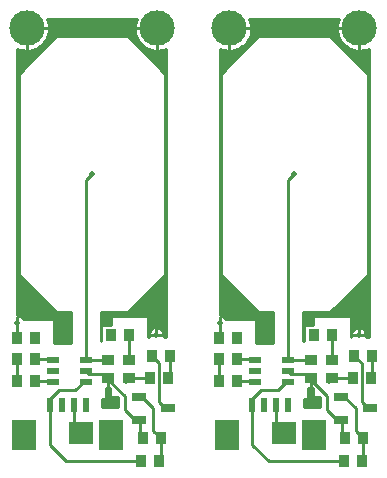
<source format=gtl>
G04 Layer_Physical_Order=1*
G04 Layer_Color=255*
%FSLAX25Y25*%
%MOIN*%
G70*
G01*
G75*
%ADD10C,0.01000*%
%ADD11R,0.03661X0.03858*%
%ADD12R,0.03858X0.03661*%
%ADD13R,0.01969X0.04921*%
%ADD14R,0.07874X0.09843*%
%ADD15R,0.04331X0.02362*%
%ADD16R,0.04921X0.02756*%
%ADD17R,0.08000X0.07500*%
%ADD18C,0.11811*%
%ADD19C,0.01969*%
D10*
X268013Y247618D02*
X267117Y248438D01*
X265938Y248736D01*
Y337673D02*
X266863Y337306D01*
X267828Y337067D01*
X268816Y336959D01*
X269811Y336984D01*
X270792Y337142D01*
X271744Y337431D01*
X272648Y337844D01*
X273489Y338375D01*
X274252Y339013D01*
X274921Y339748D01*
X275487Y340566D01*
X275937Y341453D01*
X276265Y342391D01*
X276464Y343366D01*
X276531Y344358D01*
Y344358D02*
X276451Y345445D01*
X276212Y346510D01*
X275819Y347527D01*
X314736Y242251D02*
X314515Y243276D01*
X313891Y244118D01*
X312976Y244628D01*
X311932Y244715D01*
X310945Y244364D01*
X310190Y243638D01*
X309802Y242664D01*
X309850Y241618D01*
X314653D02*
X314736Y242251D01*
X305739Y347527D02*
X305370Y346586D01*
X305133Y345604D01*
X305031Y344599D01*
X305067Y343589D01*
X305240Y342594D01*
X305547Y341631D01*
X305983Y340719D01*
X306538Y339875D01*
X307203Y339114D01*
X307965Y338451D01*
X308811Y337898D01*
X309724Y337465D01*
X310688Y337161D01*
X311684Y336990D01*
X312694Y336957D01*
X313699Y337061D01*
X314680Y337301D01*
X315620Y337673D01*
X288763Y230252D02*
X289763Y229252D01*
X294251D01*
X288763Y233992D02*
X296043D01*
X296252Y233783D01*
X288763Y233992D02*
Y293736D01*
X290779Y295752D01*
X271783Y234251D02*
X277480D01*
X277740Y233992D01*
X271783Y226751D02*
X277500D01*
X277740Y226511D01*
X265720Y226751D02*
Y234251D01*
X276846Y218889D02*
Y220846D01*
X279751Y223751D01*
X285251D01*
X288011Y226511D01*
X288763D01*
X303283Y227751D02*
X310220D01*
X303252Y227720D02*
X303283Y227751D01*
X316783Y228252D02*
Y235251D01*
X316283Y227751D02*
X316783Y228252D01*
X310720Y235251D02*
X313251Y232720D01*
Y219752D02*
Y232720D01*
Y219752D02*
X315251Y217752D01*
X316173D01*
X306330Y221492D02*
X307511D01*
X311251Y217752D01*
Y210283D02*
Y217752D01*
Y210283D02*
X313783Y207751D01*
X306330Y214011D02*
X306751Y213590D01*
Y208720D02*
Y213590D01*
Y208720D02*
X307720Y207751D01*
X301751Y217251D02*
Y221751D01*
Y217251D02*
X304992Y214011D01*
X306330D01*
X296252Y227252D02*
X301751Y221751D01*
X313783Y200751D02*
Y207751D01*
X313283Y200252D02*
X313783Y200751D01*
X303283Y233815D02*
Y242251D01*
X303252Y233783D02*
X303283Y233815D01*
X284720Y218783D02*
Y218889D01*
Y218783D02*
X284752Y218752D01*
Y211251D02*
Y218752D01*
X276846Y205657D02*
Y218889D01*
Y205657D02*
X282252Y200252D01*
X307220D01*
X265938Y241470D02*
Y246252D01*
X265720Y241251D02*
X265938Y241470D01*
Y246252D02*
Y248236D01*
Y257252D02*
X271252D01*
X265938Y259251D02*
X269251D01*
X265938Y258252D02*
X270251D01*
X265938Y266251D02*
X266345D01*
X265938Y268251D02*
X266345D01*
X265938Y267251D02*
X266345D01*
X265938Y260251D02*
X268251D01*
X265938Y262251D02*
X266345D01*
X265938Y261251D02*
X267251D01*
X268752Y247618D02*
Y259752D01*
X267752Y247950D02*
Y260752D01*
X271751Y247618D02*
Y256751D01*
X269752Y247618D02*
Y258752D01*
X270752Y247618D02*
Y257751D01*
X265938Y265251D02*
X266345D01*
X265938Y270251D02*
X266345D01*
X265938Y269251D02*
X266345D01*
X266752Y248599D02*
Y261752D01*
X265938Y264251D02*
X266345D01*
X265938Y263251D02*
X266345D01*
X265938Y274252D02*
X266345D01*
X265938Y275252D02*
X266345D01*
X265938Y271252D02*
X266345D01*
X265938Y273252D02*
X266345D01*
X265938Y272252D02*
X266345D01*
X265938Y279252D02*
X266345D01*
X265938Y281252D02*
X266345D01*
X265938Y280252D02*
X266345D01*
X265938Y276252D02*
X266345D01*
X265938Y278252D02*
X266345D01*
X265938Y277252D02*
X266345D01*
X265938Y282252D02*
X266345D01*
X265938Y248736D02*
Y337673D01*
Y283252D02*
X266345D01*
X265938Y284251D02*
X266345D01*
X265938Y285251D02*
X266345D01*
Y262158D02*
X266345Y329345D01*
X265938Y289251D02*
X266345D01*
X265938Y291251D02*
X266345D01*
X265938Y290251D02*
X266345D01*
X265938Y286251D02*
X266345D01*
X265938Y288251D02*
X266345D01*
X265938Y287251D02*
X266345D01*
X278051Y239610D02*
X282161D01*
X278051D02*
Y240618D01*
X278051Y240251D02*
X283826D01*
X278051Y242251D02*
X283826D01*
X278051Y241251D02*
X283826D01*
X278051Y243251D02*
X283826D01*
X268013Y247618D02*
X278051D01*
Y244251D02*
X283826D01*
X278051Y245251D02*
X283826D01*
X265938Y249252D02*
X283826D01*
X267412Y248252D02*
X283826D01*
X278051Y239610D02*
Y247618D01*
X278751Y239610D02*
Y249751D01*
X281751Y239610D02*
Y249751D01*
X282161Y239610D02*
X283826D01*
X282161D02*
X283826D01*
X293889Y240051D02*
Y245681D01*
X293700Y246252D02*
X297015D01*
X278051Y247252D02*
X283826D01*
X278051Y246252D02*
X283826D01*
X293700Y247252D02*
X297015D01*
X293700Y249252D02*
X315620D01*
X293700Y248252D02*
X297015D01*
X273751Y247618D02*
Y254751D01*
X272751Y247618D02*
Y255751D01*
X265938Y250252D02*
X278252D01*
X266345Y262158D02*
X278751Y249751D01*
X274751Y247618D02*
Y253751D01*
X265938Y254252D02*
X274252D01*
X265938Y256252D02*
X272252D01*
X265938Y255252D02*
X273252D01*
X265938Y251252D02*
X277252D01*
X265938Y253252D02*
X275252D01*
X265938Y252252D02*
X276252D01*
X282751Y239610D02*
Y249751D01*
X279751Y239610D02*
Y249751D01*
X280751Y239610D02*
Y249751D01*
X283752Y239610D02*
Y249751D01*
X283826Y239610D02*
Y249751D01*
X293752Y240051D02*
Y249751D01*
X277751Y247618D02*
Y250751D01*
X275751Y247618D02*
Y252751D01*
X276751Y247618D02*
Y251751D01*
X278751Y249751D02*
X283826D01*
X293700Y249751D02*
X302751D01*
X293700Y240051D02*
Y249751D01*
X265938Y307252D02*
X266345D01*
X265938Y308252D02*
X266345D01*
X265938Y304252D02*
X266345D01*
X265938Y306252D02*
X266345D01*
X265938Y305252D02*
X266345D01*
X265938Y312251D02*
X266345D01*
X265938Y314251D02*
X266345D01*
X265938Y313251D02*
X266345D01*
X265938Y309251D02*
X266345D01*
X265938Y311251D02*
X266345D01*
X265938Y310251D02*
X266345D01*
X265938Y292251D02*
X266345D01*
X265938Y294251D02*
X266345D01*
X265938Y293251D02*
X266345D01*
X265938Y295251D02*
X266345D01*
X265938Y297252D02*
X266345D01*
X265938Y296252D02*
X266345D01*
X265938Y301252D02*
X266345D01*
X265938Y303252D02*
X266345D01*
X265938Y302252D02*
X266345D01*
X265938Y298252D02*
X266345D01*
X265938Y300252D02*
X266345D01*
X265938Y299252D02*
X266345D01*
X265938Y318251D02*
X266345D01*
X265938Y319251D02*
X266345D01*
X265938Y315251D02*
X266345D01*
X265938Y317251D02*
X266345D01*
X265938Y316251D02*
X266345D01*
X265938Y323252D02*
X266345D01*
X265938Y325252D02*
X266345D01*
X265938Y324252D02*
X266345D01*
X265938Y320251D02*
X266345D01*
X265938Y322252D02*
X266345D01*
X265938Y321252D02*
X266345D01*
X265938Y326252D02*
X266345D01*
X265938Y328252D02*
X266345D01*
X265938Y327252D02*
X266345D01*
X265938Y329252D02*
X266345D01*
X265938Y330252D02*
X267251D01*
X266752Y329751D02*
Y337343D01*
X265938Y331252D02*
X268251D01*
X265938Y337251D02*
X267042D01*
X267752Y330751D02*
Y337081D01*
X265938Y332252D02*
X269251D01*
X268752Y331751D02*
Y336962D01*
X269126Y337452D02*
Y344358D01*
X265938Y333252D02*
X270251D01*
X269752Y332751D02*
Y336979D01*
X265938Y334251D02*
X271252D01*
X266345Y329345D02*
X278751Y341752D01*
X270752Y333752D02*
Y337133D01*
X265938Y335251D02*
X272252D01*
X265938Y336251D02*
X273252D01*
X271751Y334752D02*
Y337434D01*
X271209Y337251D02*
X274252D01*
X269126Y344358D02*
X276031D01*
X272751Y335752D02*
Y337901D01*
X273751Y336752D02*
Y338575D01*
X274751Y337752D02*
Y339542D01*
X273315Y338251D02*
X275252D01*
X274489Y339251D02*
X276252D01*
X275751Y338752D02*
Y341051D01*
X275288Y340251D02*
X277252D01*
X275848Y341251D02*
X278252D01*
X278751Y341752D02*
X302751D01*
X276225Y342251D02*
X305333D01*
X276448Y343251D02*
X305110D01*
X276530Y344251D02*
X305028D01*
X277751Y340752D02*
Y347527D01*
X276751Y339752D02*
Y347527D01*
X281751Y341752D02*
Y347527D01*
X278751Y341752D02*
Y347527D01*
X280751Y341752D02*
Y347527D01*
X276477Y345251D02*
X305081D01*
X279751Y341752D02*
Y347527D01*
X276285Y346252D02*
X305273D01*
X275819Y347527D02*
X305739D01*
X275942Y347252D02*
X305616D01*
X290752Y341752D02*
Y347527D01*
X288752Y341752D02*
Y347527D01*
X289752Y341752D02*
Y347527D01*
X293752Y341752D02*
Y347527D01*
X291752Y341752D02*
Y347527D01*
X292752Y341752D02*
Y347527D01*
X284752Y341752D02*
Y347527D01*
X282751Y341752D02*
Y347527D01*
X283752Y341752D02*
Y347527D01*
X287752Y341752D02*
Y347527D01*
X285752Y341752D02*
Y347527D01*
X286752Y341752D02*
Y347527D01*
X294078Y218110D02*
Y218889D01*
Y220893D01*
Y218110D02*
X299433D01*
X294078Y218251D02*
X299433D01*
X294752Y218110D02*
Y220893D01*
X294078D02*
X295366D01*
Y224252D02*
X296885D01*
X295366Y222252D02*
X296885D01*
X294078Y219251D02*
X299433D01*
X294078Y220251D02*
X299433D01*
X295366Y221252D02*
X299433D01*
X296751Y218110D02*
Y224389D01*
X295366Y220893D02*
Y224389D01*
X295752Y218110D02*
Y224389D01*
X299433Y218110D02*
Y221452D01*
X297751Y218110D02*
Y221452D01*
X298751Y218110D02*
Y221452D01*
X295366Y223252D02*
X296885D01*
X296252Y225267D02*
Y227252D01*
X296885Y221452D02*
Y224389D01*
Y221452D02*
X299433D01*
X295366Y224389D02*
X296885D01*
X309551Y243251D02*
X309977D01*
X295752Y245681D02*
Y249751D01*
X294752Y245681D02*
Y249751D01*
X293889Y245681D02*
X297015D01*
X296751D02*
Y249751D01*
X297015Y245681D02*
Y248618D01*
X299751D02*
Y249751D01*
X297751Y248618D02*
Y249751D01*
X298751Y248618D02*
Y249751D01*
X297015Y248618D02*
X309551D01*
X300751D02*
Y249751D01*
X301751Y248618D02*
Y249751D01*
X309551Y241618D02*
Y248618D01*
X304751D02*
Y251751D01*
X309752Y241618D02*
Y256751D01*
X309551Y244251D02*
X310778D01*
X310752Y244232D02*
Y257751D01*
X311752Y244685D02*
Y258752D01*
X302751Y248618D02*
Y249751D01*
X303751Y248618D02*
Y250751D01*
X305751Y248618D02*
Y252751D01*
X306751Y248618D02*
Y253751D01*
X307751Y248618D02*
Y254751D01*
X308752Y248618D02*
Y255751D01*
X309551Y248252D02*
X315620D01*
X303252Y250252D02*
X315620D01*
X309551Y245251D02*
X315620D01*
X309551Y247252D02*
X315620D01*
X309551Y246252D02*
X315620D01*
X307252Y254252D02*
X315620D01*
X308252Y255252D02*
X315620D01*
X309251Y256252D02*
X315620D01*
X304252Y251252D02*
X315620D01*
X305252Y252252D02*
X315620D01*
X306252Y253252D02*
X315620D01*
X312251Y242251D02*
X314236D01*
X312251D02*
Y244236D01*
X314653Y241618D02*
X315620D01*
X314653D02*
X315620D01*
X310267Y242251D02*
X312251D01*
X314526Y243251D02*
X315620D01*
X314736Y242251D02*
X315620D01*
X313725Y244251D02*
X315620D01*
X310251Y257252D02*
X315620D01*
X311251Y258252D02*
X315620D01*
X312752Y244685D02*
Y259752D01*
X313752Y244232D02*
Y260752D01*
X312251Y259251D02*
X315620D01*
X302751Y249751D02*
X315251Y262251D01*
X314752Y241618D02*
Y261752D01*
X315251Y263251D02*
X315620D01*
X315251Y265251D02*
X315620D01*
X315251Y264251D02*
X315620D01*
X313251Y260251D02*
X315620D01*
X314251Y261251D02*
X315620D01*
X315251Y262251D02*
X315620D01*
X315251Y266251D02*
X315620D01*
X315251Y262251D02*
Y329252D01*
X315620Y241618D02*
Y337673D01*
X315251Y267251D02*
X315620D01*
X315251Y269251D02*
X315620D01*
X315251Y268251D02*
X315620D01*
X315251Y273252D02*
X315620D01*
X315251Y275252D02*
X315620D01*
X315251Y274252D02*
X315620D01*
X315251Y270251D02*
X315620D01*
X315251Y272252D02*
X315620D01*
X315251Y271252D02*
X315620D01*
X315251Y296252D02*
X315620D01*
X315251Y297252D02*
X315620D01*
X315251Y291251D02*
X315620D01*
X315251Y295251D02*
X315620D01*
X315251Y294251D02*
X315620D01*
X311752Y332751D02*
Y336984D01*
X307252Y337251D02*
X310349D01*
X310752Y333752D02*
Y337146D01*
X312752Y331751D02*
Y336959D01*
X313752Y330751D02*
Y337071D01*
X314752Y329751D02*
Y337325D01*
X315251Y298252D02*
X315620D01*
X315251Y300252D02*
X315620D01*
X315251Y299252D02*
X315620D01*
X315251Y280252D02*
X315620D01*
X315251Y293251D02*
X315620D01*
X315251Y292251D02*
X315620D01*
X315251Y304252D02*
X315620D01*
X315251Y306252D02*
X315620D01*
X315251Y305252D02*
X315620D01*
X315251Y301252D02*
X315620D01*
X315251Y303252D02*
X315620D01*
X315251Y302252D02*
X315620D01*
X296751Y341752D02*
Y347527D01*
X294752Y341752D02*
Y347527D01*
X303252Y341251D02*
X305710D01*
X297751Y341752D02*
Y347527D01*
X302751Y341752D02*
X315251Y329252D01*
X299751Y341752D02*
Y347527D01*
X295752Y341752D02*
Y347527D01*
X298751Y341752D02*
Y347527D01*
X302751Y341752D02*
Y347527D01*
X300751Y341752D02*
Y347527D01*
X301751Y341752D02*
Y347527D01*
X306252Y338251D02*
X308243D01*
X306751Y337752D02*
Y339607D01*
X307751Y336752D02*
Y338619D01*
X309752Y334752D02*
Y337455D01*
X308752Y335752D02*
Y337932D01*
X312433Y337452D02*
Y344358D01*
X305751Y338752D02*
Y341163D01*
X303751Y340752D02*
Y347527D01*
X304751Y339752D02*
Y347527D01*
X305252Y339251D02*
X307069D01*
X304252Y340251D02*
X306270D01*
X305527Y344358D02*
X312433D01*
X315251Y308252D02*
X315620D01*
X315251Y309251D02*
X315620D01*
X315251Y289251D02*
X315620D01*
X315251Y307252D02*
X315620D01*
X315251Y290251D02*
X315620D01*
X315251Y313251D02*
X315620D01*
X315251Y315251D02*
X315620D01*
X315251Y314251D02*
X315620D01*
X315251Y310251D02*
X315620D01*
X315251Y312251D02*
X315620D01*
X315251Y311251D02*
X315620D01*
X315251Y279252D02*
X315620D01*
X315251Y282252D02*
X315620D01*
X315251Y281252D02*
X315620D01*
X315251Y276252D02*
X315620D01*
X315251Y278252D02*
X315620D01*
X315251Y277252D02*
X315620D01*
X315251Y286251D02*
X315620D01*
X315251Y288251D02*
X315620D01*
X315251Y287251D02*
X315620D01*
X315251Y283252D02*
X315620D01*
X315251Y285251D02*
X315620D01*
X315251Y284251D02*
X315620D01*
X313251Y331252D02*
X315620D01*
X312251Y332252D02*
X315620D01*
X315251Y320251D02*
X315620D01*
X314251Y330252D02*
X315620D01*
X315251Y321252D02*
X315620D01*
X308252Y336251D02*
X315620D01*
X314516Y337251D02*
X315620D01*
X311251Y333252D02*
X315620D01*
X309251Y335251D02*
X315620D01*
X310251Y334251D02*
X315620D01*
X315251Y319251D02*
X315620D01*
X315251Y323252D02*
X315620D01*
X315251Y322252D02*
X315620D01*
X315251Y316251D02*
X315620D01*
X315251Y318251D02*
X315620D01*
X315251Y317251D02*
X315620D01*
X315251Y327252D02*
X315620D01*
X315251Y329252D02*
X315620D01*
X315251Y328252D02*
X315620D01*
X315251Y324252D02*
X315620D01*
X315251Y326252D02*
X315620D01*
X315251Y325252D02*
X315620D01*
X294251Y229252D02*
X296252Y227252D01*
X335445Y247618D02*
X334549Y248438D01*
X333371Y248736D01*
Y337673D02*
X334295Y337306D01*
X335260Y337067D01*
X336249Y336959D01*
X337243Y336984D01*
X338224Y337142D01*
X339176Y337431D01*
X340080Y337844D01*
X340921Y338375D01*
X341684Y339013D01*
X342354Y339748D01*
X342919Y340566D01*
X343370Y341453D01*
X343697Y342391D01*
X343896Y343366D01*
X343963Y344358D01*
Y344358D02*
X343883Y345445D01*
X343644Y346510D01*
X343251Y347527D01*
X382168Y242251D02*
X381947Y243276D01*
X381323Y244118D01*
X380408Y244628D01*
X379364Y244715D01*
X378377Y244364D01*
X377622Y243638D01*
X377234Y242664D01*
X377282Y241618D01*
X382086D02*
X382168Y242251D01*
X373172Y347527D02*
X372803Y346586D01*
X372565Y345604D01*
X372463Y344599D01*
X372499Y343589D01*
X372672Y342594D01*
X372979Y341631D01*
X373415Y340719D01*
X373970Y339875D01*
X374635Y339114D01*
X375398Y338451D01*
X376243Y337898D01*
X377156Y337465D01*
X378120Y337161D01*
X379116Y336990D01*
X380126Y336957D01*
X381131Y337061D01*
X382112Y337301D01*
X383052Y337673D01*
X356195Y230252D02*
X357195Y229252D01*
X361684D01*
X356195Y233992D02*
X363475D01*
X363684Y233783D01*
X356195Y233992D02*
Y293736D01*
X358211Y295752D01*
X339215Y234251D02*
X344912D01*
X345172Y233992D01*
X339215Y226751D02*
X344932D01*
X345172Y226511D01*
X333152Y226751D02*
Y234251D01*
X344278Y218889D02*
Y220846D01*
X347184Y223751D01*
X352684D01*
X355444Y226511D01*
X356195D01*
X370715Y227751D02*
X377652D01*
X370684Y227720D02*
X370715Y227751D01*
X384215Y228252D02*
Y235251D01*
X383715Y227751D02*
X384215Y228252D01*
X378152Y235251D02*
X380684Y232720D01*
Y219752D02*
Y232720D01*
Y219752D02*
X382684Y217752D01*
X383605D01*
X373762Y221492D02*
X374943D01*
X378684Y217752D01*
Y210283D02*
Y217752D01*
Y210283D02*
X381215Y207751D01*
X373762Y214011D02*
X374184Y213590D01*
Y208720D02*
Y213590D01*
Y208720D02*
X375152Y207751D01*
X369184Y217251D02*
Y221751D01*
Y217251D02*
X372424Y214011D01*
X373762D01*
X363684Y227252D02*
X369184Y221751D01*
X381215Y200751D02*
Y207751D01*
X380715Y200252D02*
X381215Y200751D01*
X370715Y233815D02*
Y242251D01*
X370684Y233783D02*
X370715Y233815D01*
X352152Y218783D02*
Y218889D01*
Y218783D02*
X352184Y218752D01*
Y211251D02*
Y218752D01*
X344278Y205657D02*
Y218889D01*
Y205657D02*
X349684Y200252D01*
X374652D01*
X333371Y241470D02*
Y246252D01*
X333152Y241251D02*
X333371Y241470D01*
Y246252D02*
Y248236D01*
Y257252D02*
X338684D01*
X333371Y259251D02*
X336684D01*
X333371Y258252D02*
X337684D01*
X333371Y266251D02*
X333777D01*
X333371Y268251D02*
X333777D01*
X333371Y267251D02*
X333777D01*
X333371Y260251D02*
X335684D01*
X333371Y262251D02*
X333777D01*
X333371Y261251D02*
X334684D01*
X336184Y247618D02*
Y259752D01*
X335184Y247950D02*
Y260752D01*
X339184Y247618D02*
Y256751D01*
X337184Y247618D02*
Y258752D01*
X338184Y247618D02*
Y257751D01*
X333371Y265251D02*
X333777D01*
X333371Y270251D02*
X333777D01*
X333371Y269251D02*
X333777D01*
X334184Y248599D02*
Y261752D01*
X333371Y264251D02*
X333777D01*
X333371Y263251D02*
X333777D01*
X333371Y274252D02*
X333777D01*
X333371Y275252D02*
X333777D01*
X333371Y271252D02*
X333777D01*
X333371Y273252D02*
X333777D01*
X333371Y272252D02*
X333777D01*
X333371Y279252D02*
X333777D01*
X333371Y281252D02*
X333777D01*
X333371Y280252D02*
X333777D01*
X333371Y276252D02*
X333777D01*
X333371Y278252D02*
X333777D01*
X333371Y277252D02*
X333777D01*
X333371Y282252D02*
X333777D01*
X333371Y248736D02*
Y337673D01*
Y283252D02*
X333777D01*
X333371Y284251D02*
X333777D01*
X333371Y285251D02*
X333777D01*
Y262158D02*
X333777Y329345D01*
X333371Y289251D02*
X333777D01*
X333371Y291251D02*
X333777D01*
X333371Y290251D02*
X333777D01*
X333371Y286251D02*
X333777D01*
X333371Y288251D02*
X333777D01*
X333371Y287251D02*
X333777D01*
X345483Y239610D02*
X349593D01*
X345483D02*
Y240618D01*
X345483Y240251D02*
X351258D01*
X345483Y242251D02*
X351258D01*
X345483Y241251D02*
X351258D01*
X345483Y243251D02*
X351258D01*
X335445Y247618D02*
X345483D01*
Y244251D02*
X351258D01*
X345483Y245251D02*
X351258D01*
X333371Y249252D02*
X351258D01*
X334844Y248252D02*
X351258D01*
X345483Y239610D02*
Y247618D01*
X346184Y239610D02*
Y249751D01*
X349184Y239610D02*
Y249751D01*
X349593Y239610D02*
X351258D01*
X349593D02*
X351258D01*
X361321Y240051D02*
Y245681D01*
X361133Y246252D02*
X364447D01*
X345483Y247252D02*
X351258D01*
X345483Y246252D02*
X351258D01*
X361133Y247252D02*
X364447D01*
X361133Y249252D02*
X383052D01*
X361133Y248252D02*
X364447D01*
X341184Y247618D02*
Y254751D01*
X340184Y247618D02*
Y255751D01*
X333371Y250252D02*
X345684D01*
X333777Y262158D02*
X346184Y249751D01*
X342184Y247618D02*
Y253751D01*
X333371Y254252D02*
X341684D01*
X333371Y256252D02*
X339684D01*
X333371Y255252D02*
X340684D01*
X333371Y251252D02*
X344684D01*
X333371Y253252D02*
X342684D01*
X333371Y252252D02*
X343684D01*
X350184Y239610D02*
Y249751D01*
X347184Y239610D02*
Y249751D01*
X348184Y239610D02*
Y249751D01*
X351184Y239610D02*
Y249751D01*
X351258Y239610D02*
Y249751D01*
X361184Y240051D02*
Y249751D01*
X345184Y247618D02*
Y250751D01*
X343184Y247618D02*
Y252751D01*
X344184Y247618D02*
Y251751D01*
X346184Y249751D02*
X351258D01*
X361133Y249751D02*
X370184D01*
X361133Y240051D02*
Y249751D01*
X333371Y307252D02*
X333777D01*
X333371Y308252D02*
X333777D01*
X333371Y304252D02*
X333777D01*
X333371Y306252D02*
X333777D01*
X333371Y305252D02*
X333777D01*
X333371Y312251D02*
X333777D01*
X333371Y314251D02*
X333777D01*
X333371Y313251D02*
X333777D01*
X333371Y309251D02*
X333777D01*
X333371Y311251D02*
X333777D01*
X333371Y310251D02*
X333777D01*
X333371Y292251D02*
X333777D01*
X333371Y294251D02*
X333777D01*
X333371Y293251D02*
X333777D01*
X333371Y295251D02*
X333777D01*
X333371Y297252D02*
X333777D01*
X333371Y296252D02*
X333777D01*
X333371Y301252D02*
X333777D01*
X333371Y303252D02*
X333777D01*
X333371Y302252D02*
X333777D01*
X333371Y298252D02*
X333777D01*
X333371Y300252D02*
X333777D01*
X333371Y299252D02*
X333777D01*
X333371Y318251D02*
X333777D01*
X333371Y319251D02*
X333777D01*
X333371Y315251D02*
X333777D01*
X333371Y317251D02*
X333777D01*
X333371Y316251D02*
X333777D01*
X333371Y323252D02*
X333777D01*
X333371Y325252D02*
X333777D01*
X333371Y324252D02*
X333777D01*
X333371Y320251D02*
X333777D01*
X333371Y322252D02*
X333777D01*
X333371Y321252D02*
X333777D01*
X333371Y326252D02*
X333777D01*
X333371Y328252D02*
X333777D01*
X333371Y327252D02*
X333777D01*
X333371Y329252D02*
X333777D01*
X333371Y330252D02*
X334684D01*
X334184Y329751D02*
Y337343D01*
X333371Y331252D02*
X335684D01*
X333371Y337251D02*
X334474D01*
X335184Y330751D02*
Y337081D01*
X333371Y332252D02*
X336684D01*
X336184Y331751D02*
Y336962D01*
X336558Y337452D02*
Y344358D01*
X333371Y333252D02*
X337684D01*
X337184Y332751D02*
Y336979D01*
X333371Y334251D02*
X338684D01*
X333777Y329345D02*
X346184Y341752D01*
X338184Y333752D02*
Y337133D01*
X333371Y335251D02*
X339684D01*
X333371Y336251D02*
X340684D01*
X339184Y334752D02*
Y337434D01*
X338641Y337251D02*
X341684D01*
X336558Y344358D02*
X343463D01*
X340184Y335752D02*
Y337901D01*
X341184Y336752D02*
Y338575D01*
X342184Y337752D02*
Y339542D01*
X340747Y338251D02*
X342684D01*
X341921Y339251D02*
X343684D01*
X343184Y338752D02*
Y341051D01*
X342720Y340251D02*
X344684D01*
X343280Y341251D02*
X345684D01*
X346184Y341752D02*
X370184D01*
X343657Y342251D02*
X372765D01*
X343880Y343251D02*
X372542D01*
X343962Y344251D02*
X372460D01*
X345184Y340752D02*
Y347527D01*
X344184Y339752D02*
Y347527D01*
X349184Y341752D02*
Y347527D01*
X346184Y341752D02*
Y347527D01*
X348184Y341752D02*
Y347527D01*
X343909Y345251D02*
X372513D01*
X347184Y341752D02*
Y347527D01*
X343717Y346252D02*
X372706D01*
X343251Y347527D02*
X373172D01*
X343374Y347252D02*
X373048D01*
X358184Y341752D02*
Y347527D01*
X356184Y341752D02*
Y347527D01*
X357184Y341752D02*
Y347527D01*
X361184Y341752D02*
Y347527D01*
X359184Y341752D02*
Y347527D01*
X360184Y341752D02*
Y347527D01*
X352184Y341752D02*
Y347527D01*
X350184Y341752D02*
Y347527D01*
X351184Y341752D02*
Y347527D01*
X355184Y341752D02*
Y347527D01*
X353184Y341752D02*
Y347527D01*
X354184Y341752D02*
Y347527D01*
X361510Y218110D02*
Y218889D01*
Y220893D01*
Y218110D02*
X366865D01*
X361510Y218251D02*
X366865D01*
X362184Y218110D02*
Y220893D01*
X361510D02*
X362798D01*
Y224252D02*
X364317D01*
X362798Y222252D02*
X364317D01*
X361510Y219251D02*
X366865D01*
X361510Y220251D02*
X366865D01*
X362798Y221252D02*
X366865D01*
X364184Y218110D02*
Y224389D01*
X362798Y220893D02*
Y224389D01*
X363184Y218110D02*
Y224389D01*
X366865Y218110D02*
Y221452D01*
X365184Y218110D02*
Y221452D01*
X366184Y218110D02*
Y221452D01*
X362798Y223252D02*
X364317D01*
X363684Y225267D02*
Y227252D01*
X364317Y221452D02*
Y224389D01*
Y221452D02*
X366865D01*
X362798Y224389D02*
X364317D01*
X376983Y243251D02*
X377410D01*
X363184Y245681D02*
Y249751D01*
X362184Y245681D02*
Y249751D01*
X361321Y245681D02*
X364447D01*
X364184D02*
Y249751D01*
X364447Y245681D02*
Y248618D01*
X367184D02*
Y249751D01*
X365184Y248618D02*
Y249751D01*
X366184Y248618D02*
Y249751D01*
X364447Y248618D02*
X376983D01*
X368184D02*
Y249751D01*
X369184Y248618D02*
Y249751D01*
X376983Y241618D02*
Y248618D01*
X372184D02*
Y251751D01*
X377184Y241618D02*
Y256751D01*
X376983Y244251D02*
X378210D01*
X378184Y244232D02*
Y257751D01*
X379184Y244685D02*
Y258752D01*
X370184Y248618D02*
Y249751D01*
X371184Y248618D02*
Y250751D01*
X373184Y248618D02*
Y252751D01*
X374184Y248618D02*
Y253751D01*
X375184Y248618D02*
Y254751D01*
X376184Y248618D02*
Y255751D01*
X376983Y248252D02*
X383052D01*
X370684Y250252D02*
X383052D01*
X376983Y245251D02*
X383052D01*
X376983Y247252D02*
X383052D01*
X376983Y246252D02*
X383052D01*
X374684Y254252D02*
X383052D01*
X375684Y255252D02*
X383052D01*
X376684Y256252D02*
X383052D01*
X371684Y251252D02*
X383052D01*
X372684Y252252D02*
X383052D01*
X373684Y253252D02*
X383052D01*
X379684Y242251D02*
X381668D01*
X379684D02*
Y244236D01*
X382086Y241618D02*
X383052D01*
X382086D02*
X383052D01*
X377699Y242251D02*
X379684D01*
X381958Y243251D02*
X383052D01*
X382168Y242251D02*
X383052D01*
X381157Y244251D02*
X383052D01*
X377684Y257252D02*
X383052D01*
X378684Y258252D02*
X383052D01*
X380184Y244685D02*
Y259752D01*
X381184Y244232D02*
Y260752D01*
X379684Y259251D02*
X383052D01*
X370184Y249751D02*
X382684Y262251D01*
X382184Y241618D02*
Y261752D01*
X382684Y263251D02*
X383052D01*
X382684Y265251D02*
X383052D01*
X382684Y264251D02*
X383052D01*
X380684Y260251D02*
X383052D01*
X381684Y261251D02*
X383052D01*
X382684Y262251D02*
X383052D01*
X382684Y266251D02*
X383052D01*
X382684Y262251D02*
Y329252D01*
X383052Y241618D02*
Y337673D01*
X382684Y267251D02*
X383052D01*
X382684Y269251D02*
X383052D01*
X382684Y268251D02*
X383052D01*
X382684Y273252D02*
X383052D01*
X382684Y275252D02*
X383052D01*
X382684Y274252D02*
X383052D01*
X382684Y270251D02*
X383052D01*
X382684Y272252D02*
X383052D01*
X382684Y271252D02*
X383052D01*
X382684Y296252D02*
X383052D01*
X382684Y297252D02*
X383052D01*
X382684Y291251D02*
X383052D01*
X382684Y295251D02*
X383052D01*
X382684Y294251D02*
X383052D01*
X379184Y332751D02*
Y336984D01*
X374684Y337251D02*
X377781D01*
X378184Y333752D02*
Y337146D01*
X380184Y331751D02*
Y336959D01*
X381184Y330751D02*
Y337071D01*
X382184Y329751D02*
Y337325D01*
X382684Y298252D02*
X383052D01*
X382684Y300252D02*
X383052D01*
X382684Y299252D02*
X383052D01*
X382684Y280252D02*
X383052D01*
X382684Y293251D02*
X383052D01*
X382684Y292251D02*
X383052D01*
X382684Y304252D02*
X383052D01*
X382684Y306252D02*
X383052D01*
X382684Y305252D02*
X383052D01*
X382684Y301252D02*
X383052D01*
X382684Y303252D02*
X383052D01*
X382684Y302252D02*
X383052D01*
X364184Y341752D02*
Y347527D01*
X362184Y341752D02*
Y347527D01*
X370684Y341251D02*
X373142D01*
X365184Y341752D02*
Y347527D01*
X370184Y341752D02*
X382684Y329252D01*
X367184Y341752D02*
Y347527D01*
X363184Y341752D02*
Y347527D01*
X366184Y341752D02*
Y347527D01*
X370184Y341752D02*
Y347527D01*
X368184Y341752D02*
Y347527D01*
X369184Y341752D02*
Y347527D01*
X373684Y338251D02*
X375675D01*
X374184Y337752D02*
Y339607D01*
X375184Y336752D02*
Y338619D01*
X377184Y334752D02*
Y337455D01*
X376184Y335752D02*
Y337932D01*
X379865Y337452D02*
Y344358D01*
X373184Y338752D02*
Y341163D01*
X371184Y340752D02*
Y347527D01*
X372184Y339752D02*
Y347527D01*
X372684Y339251D02*
X374501D01*
X371684Y340251D02*
X373702D01*
X372959Y344358D02*
X379865D01*
X382684Y308252D02*
X383052D01*
X382684Y309251D02*
X383052D01*
X382684Y289251D02*
X383052D01*
X382684Y307252D02*
X383052D01*
X382684Y290251D02*
X383052D01*
X382684Y313251D02*
X383052D01*
X382684Y315251D02*
X383052D01*
X382684Y314251D02*
X383052D01*
X382684Y310251D02*
X383052D01*
X382684Y312251D02*
X383052D01*
X382684Y311251D02*
X383052D01*
X382684Y279252D02*
X383052D01*
X382684Y282252D02*
X383052D01*
X382684Y281252D02*
X383052D01*
X382684Y276252D02*
X383052D01*
X382684Y278252D02*
X383052D01*
X382684Y277252D02*
X383052D01*
X382684Y286251D02*
X383052D01*
X382684Y288251D02*
X383052D01*
X382684Y287251D02*
X383052D01*
X382684Y283252D02*
X383052D01*
X382684Y285251D02*
X383052D01*
X382684Y284251D02*
X383052D01*
X380684Y331252D02*
X383052D01*
X379684Y332252D02*
X383052D01*
X382684Y320251D02*
X383052D01*
X381684Y330252D02*
X383052D01*
X382684Y321252D02*
X383052D01*
X375684Y336251D02*
X383052D01*
X381948Y337251D02*
X383052D01*
X378684Y333252D02*
X383052D01*
X376684Y335251D02*
X383052D01*
X377684Y334251D02*
X383052D01*
X382684Y319251D02*
X383052D01*
X382684Y323252D02*
X383052D01*
X382684Y322252D02*
X383052D01*
X382684Y316251D02*
X383052D01*
X382684Y318251D02*
X383052D01*
X382684Y317251D02*
X383052D01*
X382684Y327252D02*
X383052D01*
X382684Y329252D02*
X383052D01*
X382684Y328252D02*
X383052D01*
X382684Y324252D02*
X383052D01*
X382684Y326252D02*
X383052D01*
X382684Y325252D02*
X383052D01*
X361684Y229252D02*
X363684Y227252D01*
D11*
X265720Y241251D02*
D03*
X271783D02*
D03*
X271783Y234251D02*
D03*
X265720D02*
D03*
X271783Y226751D02*
D03*
X265720D02*
D03*
X307720Y207751D02*
D03*
X313783D02*
D03*
X307220Y200252D02*
D03*
X313283D02*
D03*
X297220Y242251D02*
D03*
X303283D02*
D03*
X316783Y235251D02*
D03*
X310720D02*
D03*
X316283Y227751D02*
D03*
X310220D02*
D03*
X333152Y241251D02*
D03*
X339215D02*
D03*
X339215Y234251D02*
D03*
X333152D02*
D03*
X339215Y226751D02*
D03*
X333152D02*
D03*
X375152Y207751D02*
D03*
X381215D02*
D03*
X374652Y200252D02*
D03*
X380715D02*
D03*
X364652Y242251D02*
D03*
X370715D02*
D03*
X384215Y235251D02*
D03*
X378152D02*
D03*
X383715Y227751D02*
D03*
X377652D02*
D03*
D12*
X296252Y227720D02*
D03*
Y233783D02*
D03*
X303252Y227720D02*
D03*
Y233783D02*
D03*
X363684Y227720D02*
D03*
Y233783D02*
D03*
X370684Y227720D02*
D03*
Y233783D02*
D03*
D13*
X276846Y218889D02*
D03*
X280783D02*
D03*
X284720D02*
D03*
X288657D02*
D03*
X344278D02*
D03*
X348215D02*
D03*
X352152D02*
D03*
X356089D02*
D03*
D14*
X268224Y208752D02*
D03*
X297279D02*
D03*
X335656D02*
D03*
X364711D02*
D03*
D15*
X288763Y226511D02*
D03*
Y230252D02*
D03*
Y233992D02*
D03*
X277740D02*
D03*
Y230252D02*
D03*
Y226511D02*
D03*
X356195D02*
D03*
Y230252D02*
D03*
Y233992D02*
D03*
X345172D02*
D03*
Y230252D02*
D03*
Y226511D02*
D03*
D16*
X306330Y221492D02*
D03*
Y214011D02*
D03*
X316173Y217752D02*
D03*
X373762Y221492D02*
D03*
Y214011D02*
D03*
X383605Y217752D02*
D03*
D17*
X287251Y209502D02*
D03*
X354684D02*
D03*
D18*
X312433Y344358D02*
D03*
X269126D02*
D03*
X379865D02*
D03*
X336558D02*
D03*
D19*
X278751Y230252D02*
D03*
X288763D02*
D03*
X296252Y227252D02*
D03*
X290779Y295752D02*
D03*
X265720Y226751D02*
D03*
X288657Y218889D02*
D03*
X302252Y226751D02*
D03*
X297220Y242251D02*
D03*
X284752Y218752D02*
D03*
X312251Y242251D02*
D03*
X284752Y211251D02*
D03*
X289251Y207751D02*
D03*
X265938Y246252D02*
D03*
X265720Y241251D02*
D03*
X271783D02*
D03*
X346184Y230252D02*
D03*
X356195D02*
D03*
X363684Y227252D02*
D03*
X358211Y295752D02*
D03*
X333152Y226751D02*
D03*
X356089Y218889D02*
D03*
X369684Y226751D02*
D03*
X364652Y242251D02*
D03*
X352184Y218752D02*
D03*
X379684Y242251D02*
D03*
X352184Y211251D02*
D03*
X356684Y207751D02*
D03*
X333371Y246252D02*
D03*
X333152Y241251D02*
D03*
X339215D02*
D03*
M02*

</source>
